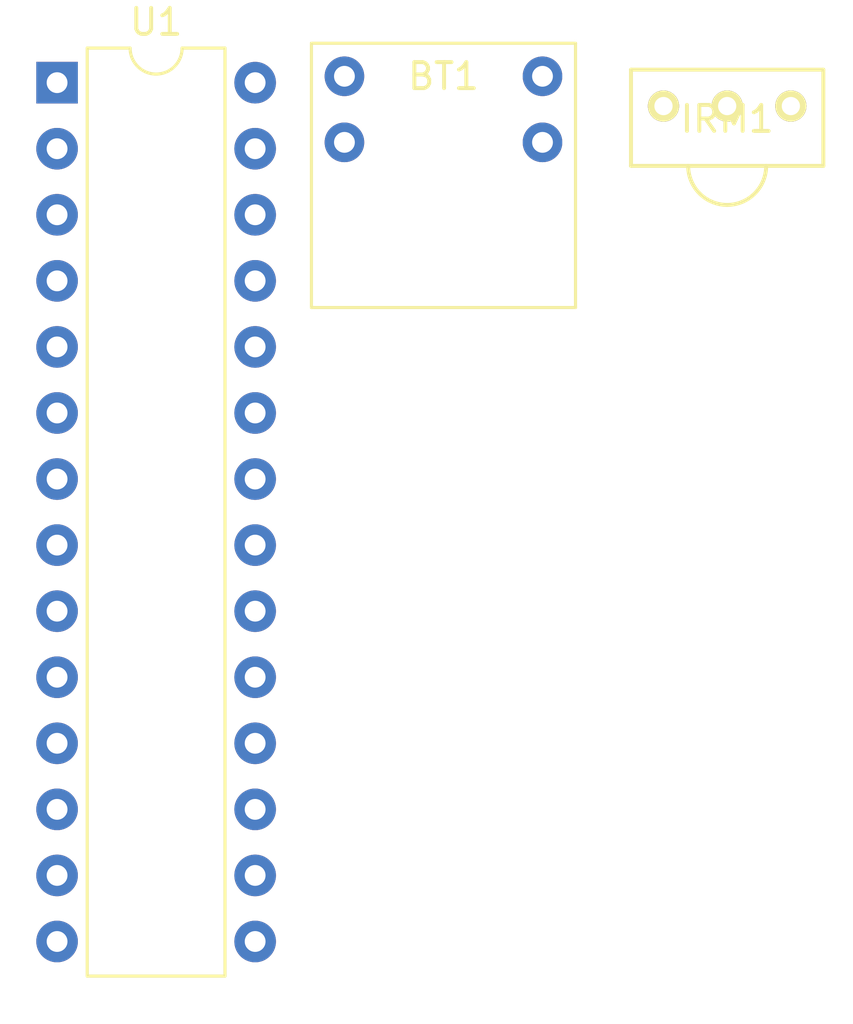
<source format=kicad_pcb>
(kicad_pcb (version 20171130) (host pcbnew "(5.1.2-1)-1")

  (general
    (thickness 1.6)
    (drawings 0)
    (tracks 0)
    (zones 0)
    (modules 3)
    (nets 28)
  )

  (page A4)
  (layers
    (0 F.Cu signal)
    (31 B.Cu signal)
    (32 B.Adhes user)
    (33 F.Adhes user)
    (34 B.Paste user)
    (35 F.Paste user)
    (36 B.SilkS user)
    (37 F.SilkS user)
    (38 B.Mask user)
    (39 F.Mask user)
    (40 Dwgs.User user)
    (41 Cmts.User user)
    (42 Eco1.User user)
    (43 Eco2.User user)
    (44 Edge.Cuts user)
    (45 Margin user)
    (46 B.CrtYd user)
    (47 F.CrtYd user)
    (48 B.Fab user)
    (49 F.Fab user)
  )

  (setup
    (last_trace_width 0.25)
    (trace_clearance 0.2)
    (zone_clearance 0.508)
    (zone_45_only no)
    (trace_min 0.2)
    (via_size 0.8)
    (via_drill 0.4)
    (via_min_size 0.4)
    (via_min_drill 0.3)
    (uvia_size 0.3)
    (uvia_drill 0.1)
    (uvias_allowed no)
    (uvia_min_size 0.2)
    (uvia_min_drill 0.1)
    (edge_width 0.05)
    (segment_width 0.2)
    (pcb_text_width 0.3)
    (pcb_text_size 1.5 1.5)
    (mod_edge_width 0.12)
    (mod_text_size 1 1)
    (mod_text_width 0.15)
    (pad_size 1.524 1.524)
    (pad_drill 0.762)
    (pad_to_mask_clearance 0.051)
    (solder_mask_min_width 0.25)
    (aux_axis_origin 0 0)
    (visible_elements FFFFFF7F)
    (pcbplotparams
      (layerselection 0x010fc_ffffffff)
      (usegerberextensions false)
      (usegerberattributes false)
      (usegerberadvancedattributes false)
      (creategerberjobfile false)
      (excludeedgelayer true)
      (linewidth 0.100000)
      (plotframeref false)
      (viasonmask false)
      (mode 1)
      (useauxorigin false)
      (hpglpennumber 1)
      (hpglpenspeed 20)
      (hpglpendiameter 15.000000)
      (psnegative false)
      (psa4output false)
      (plotreference true)
      (plotvalue true)
      (plotinvisibletext false)
      (padsonsilk false)
      (subtractmaskfromsilk false)
      (outputformat 1)
      (mirror false)
      (drillshape 1)
      (scaleselection 1)
      (outputdirectory ""))
  )

  (net 0 "")
  (net 1 VCC)
  (net 2 GND)
  (net 3 "Net-(IRM1-Pad1)")
  (net 4 "Net-(U1-Pad1)")
  (net 5 "Net-(U1-Pad15)")
  (net 6 "Net-(U1-Pad2)")
  (net 7 "Net-(U1-Pad16)")
  (net 8 "Net-(U1-Pad3)")
  (net 9 "Net-(U1-Pad17)")
  (net 10 "Net-(U1-Pad4)")
  (net 11 "Net-(U1-Pad18)")
  (net 12 "Net-(U1-Pad5)")
  (net 13 "Net-(U1-Pad19)")
  (net 14 "Net-(U1-Pad6)")
  (net 15 "Net-(U1-Pad20)")
  (net 16 "Net-(U1-Pad21)")
  (net 17 "Net-(U1-Pad9)")
  (net 18 "Net-(U1-Pad10)")
  (net 19 "Net-(U1-Pad24)")
  (net 20 "Net-(U1-Pad11)")
  (net 21 "Net-(U1-Pad25)")
  (net 22 "Net-(U1-Pad12)")
  (net 23 "Net-(U1-Pad26)")
  (net 24 "Net-(U1-Pad13)")
  (net 25 "Net-(U1-Pad27)")
  (net 26 "Net-(U1-Pad14)")
  (net 27 "Net-(U1-Pad28)")

  (net_class Default "これはデフォルトのネット クラスです。"
    (clearance 0.2)
    (trace_width 0.25)
    (via_dia 0.8)
    (via_drill 0.4)
    (uvia_dia 0.3)
    (uvia_drill 0.1)
    (add_net GND)
    (add_net "Net-(IRM1-Pad1)")
    (add_net "Net-(U1-Pad1)")
    (add_net "Net-(U1-Pad10)")
    (add_net "Net-(U1-Pad11)")
    (add_net "Net-(U1-Pad12)")
    (add_net "Net-(U1-Pad13)")
    (add_net "Net-(U1-Pad14)")
    (add_net "Net-(U1-Pad15)")
    (add_net "Net-(U1-Pad16)")
    (add_net "Net-(U1-Pad17)")
    (add_net "Net-(U1-Pad18)")
    (add_net "Net-(U1-Pad19)")
    (add_net "Net-(U1-Pad2)")
    (add_net "Net-(U1-Pad20)")
    (add_net "Net-(U1-Pad21)")
    (add_net "Net-(U1-Pad24)")
    (add_net "Net-(U1-Pad25)")
    (add_net "Net-(U1-Pad26)")
    (add_net "Net-(U1-Pad27)")
    (add_net "Net-(U1-Pad28)")
    (add_net "Net-(U1-Pad3)")
    (add_net "Net-(U1-Pad4)")
    (add_net "Net-(U1-Pad5)")
    (add_net "Net-(U1-Pad6)")
    (add_net "Net-(U1-Pad9)")
    (add_net VCC)
  )

  (module my_library:v_dip (layer F.Cu) (tedit 5F2D2C91) (tstamp 5F2DC62A)
    (at 163.310001 58.480001)
    (path /5F2D9F31)
    (fp_text reference BT1 (at 3.81 0) (layer F.SilkS)
      (effects (font (size 1 1) (thickness 0.15)))
    )
    (fp_text value Battery_Cell (at 3.81 2.54) (layer F.Fab)
      (effects (font (size 1 1) (thickness 0.15)))
    )
    (fp_line (start -1.27 -1.27) (end -1.27 8.89) (layer F.SilkS) (width 0.12))
    (fp_line (start -1.27 8.89) (end 8.89 8.89) (layer F.SilkS) (width 0.12))
    (fp_line (start 8.89 8.89) (end 8.89 -1.27) (layer F.SilkS) (width 0.12))
    (fp_line (start 8.89 -1.27) (end -1.27 -1.27) (layer F.SilkS) (width 0.12))
    (pad 1 thru_hole circle (at 0 0) (size 1.524 1.524) (drill 0.8) (layers *.Cu *.Mask)
      (net 1 VCC))
    (pad 2 thru_hole circle (at 0 2.54) (size 1.524 1.524) (drill 0.8) (layers *.Cu *.Mask)
      (net 2 GND))
    (pad 1 thru_hole circle (at 7.62 0) (size 1.524 1.524) (drill 0.8) (layers *.Cu *.Mask)
      (net 1 VCC))
    (pad 2 thru_hole circle (at 7.62 2.54) (size 1.524 1.524) (drill 0.8) (layers *.Cu *.Mask)
      (net 2 GND))
  )

  (module nosuz:PL-IRM0101 (layer F.Cu) (tedit 55A78FA2) (tstamp 5F2DC63B)
    (at 178.035001 59.625001)
    (path /5F2D468F)
    (fp_text reference IRM1 (at 0 0.5) (layer F.SilkS)
      (effects (font (size 1 1) (thickness 0.15)))
    )
    (fp_text value PL-IRM0101 (at 0 -0.5) (layer F.Fab)
      (effects (font (size 1 1) (thickness 0.15)))
    )
    (fp_line (start -3.7 -1.4) (end -3.7 2.3) (layer F.SilkS) (width 0.15))
    (fp_line (start 3.7 -1.4) (end -3.7 -1.4) (layer F.SilkS) (width 0.15))
    (fp_line (start 3.7 2.3) (end 3.7 -1.4) (layer F.SilkS) (width 0.15))
    (fp_line (start -3.7 2.3) (end 3.7 2.3) (layer F.SilkS) (width 0.15))
    (fp_arc (start 0 2.3) (end 0 3.8) (angle 90) (layer F.SilkS) (width 0.15))
    (fp_arc (start 0 2.3) (end 1.5 2.3) (angle 90) (layer F.SilkS) (width 0.15))
    (fp_line (start -4.7 -2.4) (end -4.7 4.8) (layer F.CrtYd) (width 0.15))
    (fp_line (start 4.7 -2.4) (end -4.7 -2.4) (layer F.CrtYd) (width 0.15))
    (fp_line (start 4.7 4.8) (end 4.7 -2.4) (layer F.CrtYd) (width 0.15))
    (fp_line (start -4.7 4.8) (end 4.7 4.8) (layer F.CrtYd) (width 0.15))
    (pad 3 thru_hole circle (at 2.45 0) (size 1.2 1.2) (drill 0.7) (layers *.Cu *.Mask F.SilkS)
      (net 1 VCC))
    (pad 2 thru_hole circle (at 0 0) (size 1.2 1.2) (drill 0.7) (layers *.Cu *.Mask F.SilkS)
      (net 2 GND))
    (pad 1 thru_hole circle (at -2.45 0) (size 1.2 1.2) (drill 0.7) (layers *.Cu *.Mask F.SilkS)
      (net 3 "Net-(IRM1-Pad1)"))
  )

  (module Package_DIP:DIP-28_W7.62mm (layer F.Cu) (tedit 5A02E8C5) (tstamp 5F2DC66B)
    (at 152.255001 58.725001)
    (descr "28-lead though-hole mounted DIP package, row spacing 7.62 mm (300 mils)")
    (tags "THT DIP DIL PDIP 2.54mm 7.62mm 300mil")
    (path /5F2D2512)
    (fp_text reference U1 (at 3.81 -2.33) (layer F.SilkS)
      (effects (font (size 1 1) (thickness 0.15)))
    )
    (fp_text value ATmega328-PU (at 3.81 35.35) (layer F.Fab)
      (effects (font (size 1 1) (thickness 0.15)))
    )
    (fp_arc (start 3.81 -1.33) (end 2.81 -1.33) (angle -180) (layer F.SilkS) (width 0.12))
    (fp_line (start 1.635 -1.27) (end 6.985 -1.27) (layer F.Fab) (width 0.1))
    (fp_line (start 6.985 -1.27) (end 6.985 34.29) (layer F.Fab) (width 0.1))
    (fp_line (start 6.985 34.29) (end 0.635 34.29) (layer F.Fab) (width 0.1))
    (fp_line (start 0.635 34.29) (end 0.635 -0.27) (layer F.Fab) (width 0.1))
    (fp_line (start 0.635 -0.27) (end 1.635 -1.27) (layer F.Fab) (width 0.1))
    (fp_line (start 2.81 -1.33) (end 1.16 -1.33) (layer F.SilkS) (width 0.12))
    (fp_line (start 1.16 -1.33) (end 1.16 34.35) (layer F.SilkS) (width 0.12))
    (fp_line (start 1.16 34.35) (end 6.46 34.35) (layer F.SilkS) (width 0.12))
    (fp_line (start 6.46 34.35) (end 6.46 -1.33) (layer F.SilkS) (width 0.12))
    (fp_line (start 6.46 -1.33) (end 4.81 -1.33) (layer F.SilkS) (width 0.12))
    (fp_line (start -1.1 -1.55) (end -1.1 34.55) (layer F.CrtYd) (width 0.05))
    (fp_line (start -1.1 34.55) (end 8.7 34.55) (layer F.CrtYd) (width 0.05))
    (fp_line (start 8.7 34.55) (end 8.7 -1.55) (layer F.CrtYd) (width 0.05))
    (fp_line (start 8.7 -1.55) (end -1.1 -1.55) (layer F.CrtYd) (width 0.05))
    (fp_text user %R (at 3.81 16.51) (layer F.Fab)
      (effects (font (size 1 1) (thickness 0.15)))
    )
    (pad 1 thru_hole rect (at 0 0) (size 1.6 1.6) (drill 0.8) (layers *.Cu *.Mask)
      (net 4 "Net-(U1-Pad1)"))
    (pad 15 thru_hole oval (at 7.62 33.02) (size 1.6 1.6) (drill 0.8) (layers *.Cu *.Mask)
      (net 5 "Net-(U1-Pad15)"))
    (pad 2 thru_hole oval (at 0 2.54) (size 1.6 1.6) (drill 0.8) (layers *.Cu *.Mask)
      (net 6 "Net-(U1-Pad2)"))
    (pad 16 thru_hole oval (at 7.62 30.48) (size 1.6 1.6) (drill 0.8) (layers *.Cu *.Mask)
      (net 7 "Net-(U1-Pad16)"))
    (pad 3 thru_hole oval (at 0 5.08) (size 1.6 1.6) (drill 0.8) (layers *.Cu *.Mask)
      (net 8 "Net-(U1-Pad3)"))
    (pad 17 thru_hole oval (at 7.62 27.94) (size 1.6 1.6) (drill 0.8) (layers *.Cu *.Mask)
      (net 9 "Net-(U1-Pad17)"))
    (pad 4 thru_hole oval (at 0 7.62) (size 1.6 1.6) (drill 0.8) (layers *.Cu *.Mask)
      (net 10 "Net-(U1-Pad4)"))
    (pad 18 thru_hole oval (at 7.62 25.4) (size 1.6 1.6) (drill 0.8) (layers *.Cu *.Mask)
      (net 11 "Net-(U1-Pad18)"))
    (pad 5 thru_hole oval (at 0 10.16) (size 1.6 1.6) (drill 0.8) (layers *.Cu *.Mask)
      (net 12 "Net-(U1-Pad5)"))
    (pad 19 thru_hole oval (at 7.62 22.86) (size 1.6 1.6) (drill 0.8) (layers *.Cu *.Mask)
      (net 13 "Net-(U1-Pad19)"))
    (pad 6 thru_hole oval (at 0 12.7) (size 1.6 1.6) (drill 0.8) (layers *.Cu *.Mask)
      (net 14 "Net-(U1-Pad6)"))
    (pad 20 thru_hole oval (at 7.62 20.32) (size 1.6 1.6) (drill 0.8) (layers *.Cu *.Mask)
      (net 15 "Net-(U1-Pad20)"))
    (pad 7 thru_hole oval (at 0 15.24) (size 1.6 1.6) (drill 0.8) (layers *.Cu *.Mask)
      (net 1 VCC))
    (pad 21 thru_hole oval (at 7.62 17.78) (size 1.6 1.6) (drill 0.8) (layers *.Cu *.Mask)
      (net 16 "Net-(U1-Pad21)"))
    (pad 8 thru_hole oval (at 0 17.78) (size 1.6 1.6) (drill 0.8) (layers *.Cu *.Mask)
      (net 2 GND))
    (pad 22 thru_hole oval (at 7.62 15.24) (size 1.6 1.6) (drill 0.8) (layers *.Cu *.Mask)
      (net 2 GND))
    (pad 9 thru_hole oval (at 0 20.32) (size 1.6 1.6) (drill 0.8) (layers *.Cu *.Mask)
      (net 17 "Net-(U1-Pad9)"))
    (pad 23 thru_hole oval (at 7.62 12.7) (size 1.6 1.6) (drill 0.8) (layers *.Cu *.Mask)
      (net 3 "Net-(IRM1-Pad1)"))
    (pad 10 thru_hole oval (at 0 22.86) (size 1.6 1.6) (drill 0.8) (layers *.Cu *.Mask)
      (net 18 "Net-(U1-Pad10)"))
    (pad 24 thru_hole oval (at 7.62 10.16) (size 1.6 1.6) (drill 0.8) (layers *.Cu *.Mask)
      (net 19 "Net-(U1-Pad24)"))
    (pad 11 thru_hole oval (at 0 25.4) (size 1.6 1.6) (drill 0.8) (layers *.Cu *.Mask)
      (net 20 "Net-(U1-Pad11)"))
    (pad 25 thru_hole oval (at 7.62 7.62) (size 1.6 1.6) (drill 0.8) (layers *.Cu *.Mask)
      (net 21 "Net-(U1-Pad25)"))
    (pad 12 thru_hole oval (at 0 27.94) (size 1.6 1.6) (drill 0.8) (layers *.Cu *.Mask)
      (net 22 "Net-(U1-Pad12)"))
    (pad 26 thru_hole oval (at 7.62 5.08) (size 1.6 1.6) (drill 0.8) (layers *.Cu *.Mask)
      (net 23 "Net-(U1-Pad26)"))
    (pad 13 thru_hole oval (at 0 30.48) (size 1.6 1.6) (drill 0.8) (layers *.Cu *.Mask)
      (net 24 "Net-(U1-Pad13)"))
    (pad 27 thru_hole oval (at 7.62 2.54) (size 1.6 1.6) (drill 0.8) (layers *.Cu *.Mask)
      (net 25 "Net-(U1-Pad27)"))
    (pad 14 thru_hole oval (at 0 33.02) (size 1.6 1.6) (drill 0.8) (layers *.Cu *.Mask)
      (net 26 "Net-(U1-Pad14)"))
    (pad 28 thru_hole oval (at 7.62 0) (size 1.6 1.6) (drill 0.8) (layers *.Cu *.Mask)
      (net 27 "Net-(U1-Pad28)"))
    (model ${KISYS3DMOD}/Package_DIP.3dshapes/DIP-28_W7.62mm.wrl
      (at (xyz 0 0 0))
      (scale (xyz 1 1 1))
      (rotate (xyz 0 0 0))
    )
  )

)

</source>
